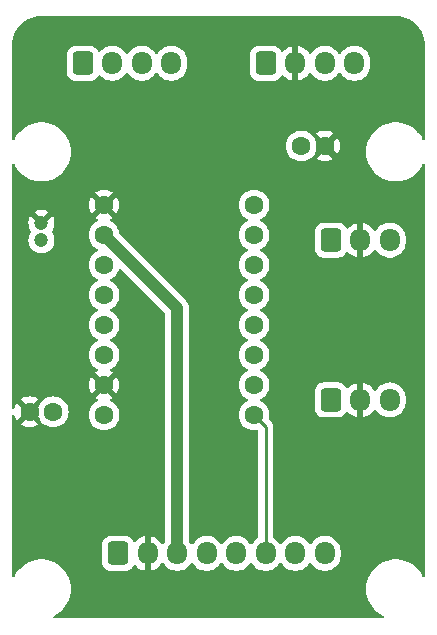
<source format=gbr>
G04 #@! TF.GenerationSoftware,KiCad,Pcbnew,8.0.0*
G04 #@! TF.CreationDate,2025-07-08T12:56:53-06:00*
G04 #@! TF.ProjectId,Motor Breakout,4d6f746f-7220-4427-9265-616b6f75742e,A*
G04 #@! TF.SameCoordinates,Original*
G04 #@! TF.FileFunction,Copper,L2,Bot*
G04 #@! TF.FilePolarity,Positive*
%FSLAX46Y46*%
G04 Gerber Fmt 4.6, Leading zero omitted, Abs format (unit mm)*
G04 Created by KiCad (PCBNEW 8.0.0) date 2025-07-08 12:56:53*
%MOMM*%
%LPD*%
G01*
G04 APERTURE LIST*
G04 Aperture macros list*
%AMRoundRect*
0 Rectangle with rounded corners*
0 $1 Rounding radius*
0 $2 $3 $4 $5 $6 $7 $8 $9 X,Y pos of 4 corners*
0 Add a 4 corners polygon primitive as box body*
4,1,4,$2,$3,$4,$5,$6,$7,$8,$9,$2,$3,0*
0 Add four circle primitives for the rounded corners*
1,1,$1+$1,$2,$3*
1,1,$1+$1,$4,$5*
1,1,$1+$1,$6,$7*
1,1,$1+$1,$8,$9*
0 Add four rect primitives between the rounded corners*
20,1,$1+$1,$2,$3,$4,$5,0*
20,1,$1+$1,$4,$5,$6,$7,0*
20,1,$1+$1,$6,$7,$8,$9,0*
20,1,$1+$1,$8,$9,$2,$3,0*%
G04 Aperture macros list end*
G04 #@! TA.AperFunction,ComponentPad*
%ADD10C,1.600000*%
G04 #@! TD*
G04 #@! TA.AperFunction,ComponentPad*
%ADD11RoundRect,0.250000X-0.600000X-0.725000X0.600000X-0.725000X0.600000X0.725000X-0.600000X0.725000X0*%
G04 #@! TD*
G04 #@! TA.AperFunction,ComponentPad*
%ADD12O,1.700000X1.950000*%
G04 #@! TD*
G04 #@! TA.AperFunction,ComponentPad*
%ADD13C,1.200000*%
G04 #@! TD*
G04 #@! TA.AperFunction,Conductor*
%ADD14C,1.000000*%
G04 #@! TD*
G04 #@! TA.AperFunction,Conductor*
%ADD15C,0.250000*%
G04 #@! TD*
G04 APERTURE END LIST*
D10*
X145000000Y-61500000D03*
X147000000Y-61500000D03*
D11*
X126500000Y-54500000D03*
D12*
X129000000Y-54500000D03*
X131500000Y-54500000D03*
X134000000Y-54500000D03*
D10*
X124000000Y-84000000D03*
X122000000Y-84000000D03*
D11*
X147500000Y-69475000D03*
D12*
X150000000Y-69475000D03*
X152500000Y-69475000D03*
D13*
X123000000Y-68000000D03*
X123000000Y-69500000D03*
D11*
X142000000Y-54500000D03*
D12*
X144500000Y-54500000D03*
X147000000Y-54500000D03*
X149500000Y-54500000D03*
D11*
X129500000Y-96000000D03*
D12*
X132000000Y-96000000D03*
X134500000Y-96000000D03*
X137000000Y-96000000D03*
X139500000Y-96000000D03*
X142000000Y-96000000D03*
X144500000Y-96000000D03*
X147000000Y-96000000D03*
D10*
X128300000Y-66500000D03*
X128300000Y-69040000D03*
X128300000Y-71580000D03*
X128300000Y-74120000D03*
X128300000Y-76660000D03*
X128300000Y-79200000D03*
X128300000Y-81740000D03*
X128300000Y-84280000D03*
X141000000Y-66500000D03*
X141000000Y-69040000D03*
X141000000Y-71580000D03*
X141000000Y-74120000D03*
X141000000Y-76660000D03*
X141000000Y-79200000D03*
X141000000Y-81740000D03*
X141000000Y-84280000D03*
D11*
X147500000Y-83000000D03*
D12*
X150000000Y-83000000D03*
X152500000Y-83000000D03*
D14*
X134500000Y-96000000D02*
X134500000Y-75240000D01*
X134500000Y-75240000D02*
X128300000Y-69040000D01*
D15*
X142000000Y-85280000D02*
X141000000Y-84280000D01*
X142000000Y-96000000D02*
X142000000Y-85280000D01*
G04 #@! TA.AperFunction,Conductor*
G36*
X153003736Y-50500726D02*
G01*
X153293796Y-50518271D01*
X153308659Y-50520076D01*
X153590798Y-50571780D01*
X153605335Y-50575363D01*
X153879172Y-50660695D01*
X153893163Y-50666000D01*
X154154743Y-50783727D01*
X154167989Y-50790680D01*
X154413465Y-50939075D01*
X154425776Y-50947573D01*
X154651573Y-51124473D01*
X154662781Y-51134403D01*
X154865596Y-51337218D01*
X154875526Y-51348426D01*
X154995481Y-51501538D01*
X155052422Y-51574217D01*
X155060928Y-51586540D01*
X155209316Y-51832004D01*
X155216275Y-51845263D01*
X155333997Y-52106831D01*
X155339306Y-52120832D01*
X155424635Y-52394663D01*
X155428219Y-52409201D01*
X155479923Y-52691340D01*
X155481728Y-52706205D01*
X155499274Y-52996263D01*
X155499500Y-53003750D01*
X155499500Y-60884202D01*
X155479815Y-60951241D01*
X155427011Y-60996996D01*
X155357853Y-61006940D01*
X155294297Y-60977915D01*
X155263302Y-60936999D01*
X155195539Y-60792996D01*
X155195535Y-60792990D01*
X155183817Y-60774526D01*
X155026947Y-60527337D01*
X154896677Y-60369868D01*
X154826393Y-60284909D01*
X154826391Y-60284907D01*
X154597031Y-60069523D01*
X154597021Y-60069515D01*
X154342495Y-59884591D01*
X154342488Y-59884586D01*
X154342484Y-59884584D01*
X154066766Y-59733006D01*
X154066763Y-59733004D01*
X154066758Y-59733002D01*
X154066757Y-59733001D01*
X153774228Y-59617181D01*
X153774225Y-59617180D01*
X153469476Y-59538934D01*
X153469463Y-59538932D01*
X153157329Y-59499500D01*
X153157318Y-59499500D01*
X152842682Y-59499500D01*
X152842670Y-59499500D01*
X152530536Y-59538932D01*
X152530523Y-59538934D01*
X152225774Y-59617180D01*
X152225771Y-59617181D01*
X151933242Y-59733001D01*
X151933241Y-59733002D01*
X151657516Y-59884584D01*
X151657504Y-59884591D01*
X151402978Y-60069515D01*
X151402968Y-60069523D01*
X151173608Y-60284907D01*
X151173606Y-60284909D01*
X150973054Y-60527334D01*
X150973051Y-60527338D01*
X150804464Y-60792990D01*
X150804461Y-60792996D01*
X150670499Y-61077678D01*
X150670497Y-61077683D01*
X150573270Y-61376916D01*
X150514311Y-61685988D01*
X150514310Y-61685995D01*
X150494556Y-61999994D01*
X150494556Y-62000005D01*
X150514310Y-62314004D01*
X150514311Y-62314011D01*
X150573270Y-62623083D01*
X150670497Y-62922316D01*
X150670499Y-62922321D01*
X150804461Y-63207003D01*
X150804464Y-63207009D01*
X150973051Y-63472661D01*
X150973054Y-63472665D01*
X151173606Y-63715090D01*
X151173608Y-63715092D01*
X151402968Y-63930476D01*
X151402978Y-63930484D01*
X151657504Y-64115408D01*
X151657509Y-64115410D01*
X151657516Y-64115416D01*
X151933234Y-64266994D01*
X151933239Y-64266996D01*
X151933241Y-64266997D01*
X151933242Y-64266998D01*
X152225771Y-64382818D01*
X152225774Y-64382819D01*
X152530523Y-64461065D01*
X152530527Y-64461066D01*
X152596010Y-64469338D01*
X152842670Y-64500499D01*
X152842679Y-64500499D01*
X152842682Y-64500500D01*
X152842684Y-64500500D01*
X153157316Y-64500500D01*
X153157318Y-64500500D01*
X153157321Y-64500499D01*
X153157329Y-64500499D01*
X153343593Y-64476968D01*
X153469473Y-64461066D01*
X153774225Y-64382819D01*
X153774228Y-64382818D01*
X154066757Y-64266998D01*
X154066758Y-64266997D01*
X154066756Y-64266997D01*
X154066766Y-64266994D01*
X154342484Y-64115416D01*
X154597030Y-63930478D01*
X154826390Y-63715094D01*
X155026947Y-63472663D01*
X155195537Y-63207007D01*
X155244376Y-63103218D01*
X155263302Y-63063000D01*
X155309657Y-63010722D01*
X155376917Y-62991805D01*
X155443727Y-63012254D01*
X155488876Y-63065578D01*
X155499500Y-63115797D01*
X155499500Y-97884202D01*
X155479815Y-97951241D01*
X155427011Y-97996996D01*
X155357853Y-98006940D01*
X155294297Y-97977915D01*
X155263302Y-97936999D01*
X155195539Y-97792996D01*
X155195535Y-97792990D01*
X155026948Y-97527338D01*
X155026945Y-97527334D01*
X154826393Y-97284909D01*
X154826391Y-97284907D01*
X154597031Y-97069523D01*
X154597021Y-97069515D01*
X154342495Y-96884591D01*
X154342488Y-96884586D01*
X154342484Y-96884584D01*
X154066766Y-96733006D01*
X154066763Y-96733004D01*
X154066758Y-96733002D01*
X154066757Y-96733001D01*
X153774228Y-96617181D01*
X153774225Y-96617180D01*
X153469476Y-96538934D01*
X153469463Y-96538932D01*
X153157329Y-96499500D01*
X153157318Y-96499500D01*
X152842682Y-96499500D01*
X152842670Y-96499500D01*
X152530536Y-96538932D01*
X152530523Y-96538934D01*
X152225774Y-96617180D01*
X152225771Y-96617181D01*
X151933242Y-96733001D01*
X151933241Y-96733002D01*
X151657516Y-96884584D01*
X151657504Y-96884591D01*
X151402978Y-97069515D01*
X151402968Y-97069523D01*
X151173608Y-97284907D01*
X151173606Y-97284909D01*
X150973054Y-97527334D01*
X150973051Y-97527338D01*
X150804464Y-97792990D01*
X150804461Y-97792996D01*
X150670499Y-98077678D01*
X150670497Y-98077683D01*
X150573270Y-98376916D01*
X150514311Y-98685988D01*
X150514310Y-98685995D01*
X150494556Y-98999994D01*
X150494556Y-99000005D01*
X150514310Y-99314004D01*
X150514311Y-99314011D01*
X150573270Y-99623083D01*
X150670497Y-99922316D01*
X150670499Y-99922321D01*
X150804461Y-100207003D01*
X150804464Y-100207009D01*
X150973051Y-100472661D01*
X150973054Y-100472665D01*
X151173606Y-100715090D01*
X151173608Y-100715092D01*
X151173610Y-100715094D01*
X151265929Y-100801787D01*
X151402968Y-100930476D01*
X151402978Y-100930484D01*
X151657504Y-101115408D01*
X151657509Y-101115410D01*
X151657516Y-101115416D01*
X151932951Y-101266838D01*
X151982215Y-101316384D01*
X151996871Y-101384699D01*
X151972267Y-101450094D01*
X151916214Y-101491805D01*
X151873213Y-101499500D01*
X124126787Y-101499500D01*
X124059748Y-101479815D01*
X124013993Y-101427011D01*
X124004049Y-101357853D01*
X124033074Y-101294297D01*
X124067047Y-101266839D01*
X124342484Y-101115416D01*
X124597030Y-100930478D01*
X124826390Y-100715094D01*
X125026947Y-100472663D01*
X125195537Y-100207007D01*
X125329503Y-99922315D01*
X125426731Y-99623079D01*
X125485688Y-99314015D01*
X125505444Y-99000000D01*
X125501298Y-98934108D01*
X125485689Y-98685995D01*
X125485688Y-98685988D01*
X125485688Y-98685985D01*
X125426731Y-98376921D01*
X125329503Y-98077685D01*
X125195537Y-97792993D01*
X125026947Y-97527337D01*
X124984062Y-97475498D01*
X124826393Y-97284909D01*
X124826391Y-97284907D01*
X124597031Y-97069523D01*
X124597021Y-97069515D01*
X124342495Y-96884591D01*
X124342488Y-96884586D01*
X124342484Y-96884584D01*
X124066766Y-96733006D01*
X124066763Y-96733004D01*
X124066758Y-96733002D01*
X124066757Y-96733001D01*
X123774228Y-96617181D01*
X123774225Y-96617180D01*
X123469476Y-96538934D01*
X123469463Y-96538932D01*
X123157329Y-96499500D01*
X123157318Y-96499500D01*
X122842682Y-96499500D01*
X122842670Y-96499500D01*
X122530536Y-96538932D01*
X122530523Y-96538934D01*
X122225774Y-96617180D01*
X122225771Y-96617181D01*
X121933242Y-96733001D01*
X121933241Y-96733002D01*
X121657516Y-96884584D01*
X121657504Y-96884591D01*
X121402978Y-97069515D01*
X121402968Y-97069523D01*
X121173608Y-97284907D01*
X121173606Y-97284909D01*
X120973054Y-97527334D01*
X120973051Y-97527338D01*
X120804464Y-97792990D01*
X120804460Y-97792996D01*
X120736698Y-97936999D01*
X120690343Y-97989277D01*
X120623083Y-98008194D01*
X120556273Y-97987745D01*
X120511124Y-97934421D01*
X120500500Y-97884202D01*
X120500500Y-84368480D01*
X120520185Y-84301441D01*
X120572989Y-84255686D01*
X120642147Y-84245742D01*
X120705703Y-84274767D01*
X120743477Y-84333545D01*
X120744275Y-84336387D01*
X120773730Y-84446317D01*
X120773735Y-84446331D01*
X120869863Y-84652478D01*
X120920974Y-84725472D01*
X121600000Y-84046446D01*
X121600000Y-84052661D01*
X121627259Y-84154394D01*
X121679920Y-84245606D01*
X121754394Y-84320080D01*
X121845606Y-84372741D01*
X121947339Y-84400000D01*
X121953553Y-84400000D01*
X121274526Y-85079025D01*
X121347513Y-85130132D01*
X121347521Y-85130136D01*
X121553668Y-85226264D01*
X121553682Y-85226269D01*
X121773389Y-85285139D01*
X121773400Y-85285141D01*
X121999998Y-85304966D01*
X122000002Y-85304966D01*
X122226599Y-85285141D01*
X122226610Y-85285139D01*
X122446317Y-85226269D01*
X122446331Y-85226264D01*
X122652478Y-85130136D01*
X122725471Y-85079024D01*
X122046447Y-84400000D01*
X122052661Y-84400000D01*
X122154394Y-84372741D01*
X122245606Y-84320080D01*
X122320080Y-84245606D01*
X122372741Y-84154394D01*
X122400000Y-84052661D01*
X122400000Y-84046447D01*
X122739961Y-84386408D01*
X122772054Y-84441992D01*
X122773261Y-84446497D01*
X122869431Y-84652732D01*
X122869432Y-84652734D01*
X122999954Y-84839141D01*
X123160858Y-85000045D01*
X123160861Y-85000047D01*
X123347266Y-85130568D01*
X123553504Y-85226739D01*
X123773308Y-85285635D01*
X123935230Y-85299801D01*
X123999998Y-85305468D01*
X124000000Y-85305468D01*
X124000002Y-85305468D01*
X124056673Y-85300509D01*
X124226692Y-85285635D01*
X124446496Y-85226739D01*
X124652734Y-85130568D01*
X124839139Y-85000047D01*
X125000047Y-84839139D01*
X125130568Y-84652734D01*
X125226739Y-84446496D01*
X125271351Y-84280001D01*
X126994532Y-84280001D01*
X127014364Y-84506686D01*
X127014366Y-84506697D01*
X127073258Y-84726488D01*
X127073261Y-84726497D01*
X127169431Y-84932732D01*
X127169432Y-84932734D01*
X127299954Y-85119141D01*
X127460858Y-85280045D01*
X127496449Y-85304966D01*
X127647266Y-85410568D01*
X127853504Y-85506739D01*
X128073308Y-85565635D01*
X128235230Y-85579801D01*
X128299998Y-85585468D01*
X128300000Y-85585468D01*
X128300002Y-85585468D01*
X128356673Y-85580509D01*
X128526692Y-85565635D01*
X128746496Y-85506739D01*
X128952734Y-85410568D01*
X129139139Y-85280047D01*
X129300047Y-85119139D01*
X129430568Y-84932734D01*
X129526739Y-84726496D01*
X129585635Y-84506692D01*
X129605468Y-84280000D01*
X129585635Y-84053308D01*
X129526739Y-83833504D01*
X129430568Y-83627266D01*
X129301286Y-83442630D01*
X129300045Y-83440858D01*
X129139141Y-83279954D01*
X128952735Y-83149433D01*
X128952736Y-83149433D01*
X128952734Y-83149432D01*
X128894132Y-83122105D01*
X128841694Y-83075933D01*
X128822543Y-83008739D01*
X128842759Y-82941858D01*
X128894135Y-82897341D01*
X128952482Y-82870133D01*
X129025471Y-82819024D01*
X128346447Y-82140000D01*
X128352661Y-82140000D01*
X128454394Y-82112741D01*
X128545606Y-82060080D01*
X128620080Y-81985606D01*
X128672741Y-81894394D01*
X128700000Y-81792661D01*
X128700000Y-81786447D01*
X129379024Y-82465471D01*
X129430136Y-82392478D01*
X129526264Y-82186331D01*
X129526269Y-82186317D01*
X129585139Y-81966610D01*
X129585141Y-81966599D01*
X129604966Y-81740002D01*
X129604966Y-81739997D01*
X129585141Y-81513400D01*
X129585139Y-81513389D01*
X129526269Y-81293682D01*
X129526264Y-81293668D01*
X129430136Y-81087521D01*
X129430132Y-81087513D01*
X129379025Y-81014526D01*
X128700000Y-81693551D01*
X128700000Y-81687339D01*
X128672741Y-81585606D01*
X128620080Y-81494394D01*
X128545606Y-81419920D01*
X128454394Y-81367259D01*
X128352661Y-81340000D01*
X128346448Y-81340000D01*
X129025472Y-80660974D01*
X128952480Y-80609864D01*
X128894134Y-80582657D01*
X128841695Y-80536484D01*
X128822543Y-80469291D01*
X128842759Y-80402410D01*
X128894134Y-80357893D01*
X128952734Y-80330568D01*
X129139139Y-80200047D01*
X129300047Y-80039139D01*
X129430568Y-79852734D01*
X129526739Y-79646496D01*
X129585635Y-79426692D01*
X129605468Y-79200000D01*
X129585635Y-78973308D01*
X129526739Y-78753504D01*
X129430568Y-78547266D01*
X129300047Y-78360861D01*
X129300045Y-78360858D01*
X129139141Y-78199954D01*
X128952734Y-78069432D01*
X128952728Y-78069429D01*
X128894725Y-78042382D01*
X128842285Y-77996210D01*
X128823133Y-77929017D01*
X128843348Y-77862135D01*
X128894725Y-77817618D01*
X128952734Y-77790568D01*
X129139139Y-77660047D01*
X129300047Y-77499139D01*
X129430568Y-77312734D01*
X129526739Y-77106496D01*
X129585635Y-76886692D01*
X129605468Y-76660000D01*
X129585635Y-76433308D01*
X129526739Y-76213504D01*
X129430568Y-76007266D01*
X129300047Y-75820861D01*
X129300045Y-75820858D01*
X129139141Y-75659954D01*
X128952734Y-75529432D01*
X128952728Y-75529429D01*
X128894725Y-75502382D01*
X128842285Y-75456210D01*
X128823133Y-75389017D01*
X128843348Y-75322135D01*
X128894725Y-75277618D01*
X128952734Y-75250568D01*
X129139139Y-75120047D01*
X129300047Y-74959139D01*
X129430568Y-74772734D01*
X129526739Y-74566496D01*
X129585635Y-74346692D01*
X129605468Y-74120000D01*
X129585635Y-73893308D01*
X129526739Y-73673504D01*
X129430568Y-73467266D01*
X129300047Y-73280861D01*
X129300045Y-73280858D01*
X129139141Y-73119954D01*
X128952734Y-72989432D01*
X128952728Y-72989429D01*
X128894725Y-72962382D01*
X128842285Y-72916210D01*
X128823133Y-72849017D01*
X128843348Y-72782135D01*
X128894725Y-72737618D01*
X128952734Y-72710568D01*
X129139139Y-72580047D01*
X129300047Y-72419139D01*
X129430568Y-72232734D01*
X129526739Y-72026496D01*
X129544024Y-71961988D01*
X129580389Y-71902327D01*
X129643236Y-71871798D01*
X129712611Y-71880093D01*
X129751480Y-71906400D01*
X133463181Y-75618101D01*
X133496666Y-75679424D01*
X133499500Y-75705782D01*
X133499500Y-94914800D01*
X133479815Y-94981839D01*
X133470505Y-94994367D01*
X133350008Y-95160218D01*
X133294678Y-95202884D01*
X133225065Y-95208863D01*
X133163270Y-95176257D01*
X133149372Y-95160218D01*
X133029727Y-94995540D01*
X133029723Y-94995535D01*
X132879464Y-94845276D01*
X132879459Y-94845272D01*
X132707557Y-94720379D01*
X132518215Y-94623903D01*
X132316124Y-94558241D01*
X132250000Y-94547768D01*
X132250000Y-95595854D01*
X132183343Y-95557370D01*
X132062535Y-95525000D01*
X131937465Y-95525000D01*
X131816657Y-95557370D01*
X131750000Y-95595854D01*
X131750000Y-94547768D01*
X131749999Y-94547768D01*
X131683875Y-94558241D01*
X131481784Y-94623903D01*
X131292442Y-94720379D01*
X131120541Y-94845271D01*
X130981668Y-94984144D01*
X130920345Y-95017628D01*
X130850653Y-95012644D01*
X130794720Y-94970772D01*
X130788448Y-94961558D01*
X130692712Y-94806344D01*
X130568657Y-94682289D01*
X130568656Y-94682288D01*
X130473253Y-94623443D01*
X130419336Y-94590187D01*
X130419331Y-94590185D01*
X130417862Y-94589698D01*
X130252797Y-94535001D01*
X130252795Y-94535000D01*
X130150010Y-94524500D01*
X128849998Y-94524500D01*
X128849981Y-94524501D01*
X128747203Y-94535000D01*
X128747200Y-94535001D01*
X128580668Y-94590185D01*
X128580663Y-94590187D01*
X128431342Y-94682289D01*
X128307289Y-94806342D01*
X128215187Y-94955663D01*
X128215185Y-94955668D01*
X128211893Y-94965604D01*
X128160001Y-95122203D01*
X128160001Y-95122204D01*
X128160000Y-95122204D01*
X128149500Y-95224983D01*
X128149500Y-96775001D01*
X128149501Y-96775018D01*
X128160000Y-96877796D01*
X128160001Y-96877799D01*
X128215185Y-97044331D01*
X128215187Y-97044336D01*
X128250069Y-97100888D01*
X128307288Y-97193656D01*
X128431344Y-97317712D01*
X128580666Y-97409814D01*
X128747203Y-97464999D01*
X128849991Y-97475500D01*
X130150008Y-97475499D01*
X130252797Y-97464999D01*
X130419334Y-97409814D01*
X130568656Y-97317712D01*
X130692712Y-97193656D01*
X130784814Y-97044334D01*
X130784814Y-97044331D01*
X130788448Y-97038441D01*
X130840395Y-96991716D01*
X130909358Y-96980493D01*
X130973440Y-97008336D01*
X130981668Y-97015856D01*
X131120535Y-97154723D01*
X131120540Y-97154727D01*
X131292442Y-97279620D01*
X131481782Y-97376095D01*
X131683871Y-97441757D01*
X131750000Y-97452231D01*
X131750000Y-96404145D01*
X131816657Y-96442630D01*
X131937465Y-96475000D01*
X132062535Y-96475000D01*
X132183343Y-96442630D01*
X132250000Y-96404145D01*
X132250000Y-97452230D01*
X132316126Y-97441757D01*
X132316129Y-97441757D01*
X132518217Y-97376095D01*
X132707557Y-97279620D01*
X132879459Y-97154727D01*
X132879464Y-97154723D01*
X133029721Y-97004466D01*
X133149371Y-96839781D01*
X133204701Y-96797115D01*
X133274314Y-96791136D01*
X133336110Y-96823741D01*
X133350008Y-96839781D01*
X133469890Y-97004785D01*
X133469894Y-97004790D01*
X133620213Y-97155109D01*
X133792179Y-97280048D01*
X133792181Y-97280049D01*
X133792184Y-97280051D01*
X133981588Y-97376557D01*
X134183757Y-97442246D01*
X134393713Y-97475500D01*
X134393714Y-97475500D01*
X134606286Y-97475500D01*
X134606287Y-97475500D01*
X134816243Y-97442246D01*
X135018412Y-97376557D01*
X135207816Y-97280051D01*
X135229789Y-97264086D01*
X135379786Y-97155109D01*
X135379788Y-97155106D01*
X135379792Y-97155104D01*
X135530104Y-97004792D01*
X135649683Y-96840204D01*
X135705011Y-96797540D01*
X135774624Y-96791561D01*
X135836420Y-96824166D01*
X135850313Y-96840199D01*
X135952242Y-96980493D01*
X135969896Y-97004792D01*
X136120213Y-97155109D01*
X136292179Y-97280048D01*
X136292181Y-97280049D01*
X136292184Y-97280051D01*
X136481588Y-97376557D01*
X136683757Y-97442246D01*
X136893713Y-97475500D01*
X136893714Y-97475500D01*
X137106286Y-97475500D01*
X137106287Y-97475500D01*
X137316243Y-97442246D01*
X137518412Y-97376557D01*
X137707816Y-97280051D01*
X137729789Y-97264086D01*
X137879786Y-97155109D01*
X137879788Y-97155106D01*
X137879792Y-97155104D01*
X138030104Y-97004792D01*
X138149683Y-96840204D01*
X138205011Y-96797540D01*
X138274624Y-96791561D01*
X138336420Y-96824166D01*
X138350313Y-96840199D01*
X138452242Y-96980493D01*
X138469896Y-97004792D01*
X138620213Y-97155109D01*
X138792179Y-97280048D01*
X138792181Y-97280049D01*
X138792184Y-97280051D01*
X138981588Y-97376557D01*
X139183757Y-97442246D01*
X139393713Y-97475500D01*
X139393714Y-97475500D01*
X139606286Y-97475500D01*
X139606287Y-97475500D01*
X139816243Y-97442246D01*
X140018412Y-97376557D01*
X140207816Y-97280051D01*
X140229789Y-97264086D01*
X140379786Y-97155109D01*
X140379788Y-97155106D01*
X140379792Y-97155104D01*
X140530104Y-97004792D01*
X140649683Y-96840204D01*
X140705011Y-96797540D01*
X140774624Y-96791561D01*
X140836420Y-96824166D01*
X140850313Y-96840199D01*
X140952242Y-96980493D01*
X140969896Y-97004792D01*
X141120213Y-97155109D01*
X141292179Y-97280048D01*
X141292181Y-97280049D01*
X141292184Y-97280051D01*
X141481588Y-97376557D01*
X141683757Y-97442246D01*
X141893713Y-97475500D01*
X141893714Y-97475500D01*
X142106286Y-97475500D01*
X142106287Y-97475500D01*
X142316243Y-97442246D01*
X142518412Y-97376557D01*
X142707816Y-97280051D01*
X142729789Y-97264086D01*
X142879786Y-97155109D01*
X142879788Y-97155106D01*
X142879792Y-97155104D01*
X143030104Y-97004792D01*
X143149683Y-96840204D01*
X143205011Y-96797540D01*
X143274624Y-96791561D01*
X143336420Y-96824166D01*
X143350313Y-96840199D01*
X143452242Y-96980493D01*
X143469896Y-97004792D01*
X143620213Y-97155109D01*
X143792179Y-97280048D01*
X143792181Y-97280049D01*
X143792184Y-97280051D01*
X143981588Y-97376557D01*
X144183757Y-97442246D01*
X144393713Y-97475500D01*
X144393714Y-97475500D01*
X144606286Y-97475500D01*
X144606287Y-97475500D01*
X144816243Y-97442246D01*
X145018412Y-97376557D01*
X145207816Y-97280051D01*
X145229789Y-97264086D01*
X145379786Y-97155109D01*
X145379788Y-97155106D01*
X145379792Y-97155104D01*
X145530104Y-97004792D01*
X145649683Y-96840204D01*
X145705011Y-96797540D01*
X145774624Y-96791561D01*
X145836420Y-96824166D01*
X145850313Y-96840199D01*
X145952242Y-96980493D01*
X145969896Y-97004792D01*
X146120213Y-97155109D01*
X146292179Y-97280048D01*
X146292181Y-97280049D01*
X146292184Y-97280051D01*
X146481588Y-97376557D01*
X146683757Y-97442246D01*
X146893713Y-97475500D01*
X146893714Y-97475500D01*
X147106286Y-97475500D01*
X147106287Y-97475500D01*
X147316243Y-97442246D01*
X147518412Y-97376557D01*
X147707816Y-97280051D01*
X147729789Y-97264086D01*
X147879786Y-97155109D01*
X147879788Y-97155106D01*
X147879792Y-97155104D01*
X148030104Y-97004792D01*
X148030106Y-97004788D01*
X148030109Y-97004786D01*
X148155048Y-96832820D01*
X148155047Y-96832820D01*
X148155051Y-96832816D01*
X148251557Y-96643412D01*
X148317246Y-96441243D01*
X148350500Y-96231287D01*
X148350500Y-95768713D01*
X148317246Y-95558757D01*
X148251557Y-95356588D01*
X148155051Y-95167184D01*
X148155049Y-95167181D01*
X148155048Y-95167179D01*
X148030109Y-94995213D01*
X147879786Y-94844890D01*
X147707820Y-94719951D01*
X147518414Y-94623444D01*
X147518413Y-94623443D01*
X147518412Y-94623443D01*
X147316243Y-94557754D01*
X147316241Y-94557753D01*
X147316240Y-94557753D01*
X147154957Y-94532208D01*
X147106287Y-94524500D01*
X146893713Y-94524500D01*
X146845042Y-94532208D01*
X146683760Y-94557753D01*
X146481585Y-94623444D01*
X146292179Y-94719951D01*
X146120213Y-94844890D01*
X145969894Y-94995209D01*
X145969890Y-94995214D01*
X145850318Y-95159793D01*
X145794989Y-95202459D01*
X145725375Y-95208438D01*
X145663580Y-95175833D01*
X145649682Y-95159793D01*
X145530109Y-94995214D01*
X145530105Y-94995209D01*
X145379786Y-94844890D01*
X145207820Y-94719951D01*
X145018414Y-94623444D01*
X145018413Y-94623443D01*
X145018412Y-94623443D01*
X144816243Y-94557754D01*
X144816241Y-94557753D01*
X144816240Y-94557753D01*
X144654957Y-94532208D01*
X144606287Y-94524500D01*
X144393713Y-94524500D01*
X144345042Y-94532208D01*
X144183760Y-94557753D01*
X143981585Y-94623444D01*
X143792179Y-94719951D01*
X143620213Y-94844890D01*
X143469894Y-94995209D01*
X143469890Y-94995214D01*
X143350318Y-95159793D01*
X143294989Y-95202459D01*
X143225375Y-95208438D01*
X143163580Y-95175833D01*
X143149682Y-95159793D01*
X143030109Y-94995214D01*
X143030105Y-94995209D01*
X142879786Y-94844890D01*
X142707819Y-94719950D01*
X142693203Y-94712503D01*
X142642408Y-94664527D01*
X142625500Y-94602019D01*
X142625500Y-85347741D01*
X142625501Y-85347720D01*
X142625501Y-85218391D01*
X142601464Y-85097555D01*
X142601463Y-85097549D01*
X142554312Y-84983715D01*
X142485858Y-84881267D01*
X142485855Y-84881263D01*
X142299413Y-84694821D01*
X142265928Y-84633498D01*
X142267318Y-84575048D01*
X142285635Y-84506692D01*
X142305468Y-84280000D01*
X142285635Y-84053308D01*
X142226739Y-83833504D01*
X142199458Y-83775001D01*
X146149500Y-83775001D01*
X146149501Y-83775018D01*
X146160000Y-83877796D01*
X146160001Y-83877799D01*
X146183045Y-83947339D01*
X146215186Y-84044334D01*
X146307288Y-84193656D01*
X146431344Y-84317712D01*
X146580666Y-84409814D01*
X146747203Y-84464999D01*
X146849991Y-84475500D01*
X148150008Y-84475499D01*
X148252797Y-84464999D01*
X148419334Y-84409814D01*
X148568656Y-84317712D01*
X148692712Y-84193656D01*
X148784814Y-84044334D01*
X148784814Y-84044331D01*
X148788448Y-84038441D01*
X148840395Y-83991716D01*
X148909358Y-83980493D01*
X148973440Y-84008336D01*
X148981668Y-84015856D01*
X149120535Y-84154723D01*
X149120540Y-84154727D01*
X149292442Y-84279620D01*
X149481782Y-84376095D01*
X149683871Y-84441757D01*
X149750000Y-84452231D01*
X149750000Y-83404145D01*
X149816657Y-83442630D01*
X149937465Y-83475000D01*
X150062535Y-83475000D01*
X150183343Y-83442630D01*
X150250000Y-83404145D01*
X150250000Y-84452230D01*
X150316126Y-84441757D01*
X150316129Y-84441757D01*
X150518217Y-84376095D01*
X150707557Y-84279620D01*
X150879459Y-84154727D01*
X150879464Y-84154723D01*
X151029721Y-84004466D01*
X151149371Y-83839781D01*
X151204701Y-83797115D01*
X151274314Y-83791136D01*
X151336110Y-83823741D01*
X151350008Y-83839781D01*
X151469890Y-84004785D01*
X151469894Y-84004790D01*
X151620213Y-84155109D01*
X151792179Y-84280048D01*
X151792181Y-84280049D01*
X151792184Y-84280051D01*
X151981588Y-84376557D01*
X152183757Y-84442246D01*
X152393713Y-84475500D01*
X152393714Y-84475500D01*
X152606286Y-84475500D01*
X152606287Y-84475500D01*
X152816243Y-84442246D01*
X153018412Y-84376557D01*
X153207816Y-84280051D01*
X153281267Y-84226686D01*
X153379786Y-84155109D01*
X153379788Y-84155106D01*
X153379792Y-84155104D01*
X153530104Y-84004792D01*
X153530106Y-84004788D01*
X153530109Y-84004786D01*
X153655048Y-83832820D01*
X153655047Y-83832820D01*
X153655051Y-83832816D01*
X153751557Y-83643412D01*
X153817246Y-83441243D01*
X153850500Y-83231287D01*
X153850500Y-82768713D01*
X153817246Y-82558757D01*
X153751557Y-82356588D01*
X153655051Y-82167184D01*
X153655049Y-82167181D01*
X153655048Y-82167179D01*
X153530109Y-81995213D01*
X153379786Y-81844890D01*
X153207820Y-81719951D01*
X153018414Y-81623444D01*
X153018413Y-81623443D01*
X153018412Y-81623443D01*
X152816243Y-81557754D01*
X152816241Y-81557753D01*
X152816240Y-81557753D01*
X152654957Y-81532208D01*
X152606287Y-81524500D01*
X152393713Y-81524500D01*
X152345042Y-81532208D01*
X152183760Y-81557753D01*
X151981585Y-81623444D01*
X151792179Y-81719951D01*
X151620213Y-81844890D01*
X151469894Y-81995209D01*
X151469890Y-81995214D01*
X151350008Y-82160218D01*
X151294678Y-82202884D01*
X151225065Y-82208863D01*
X151163270Y-82176257D01*
X151149372Y-82160218D01*
X151029727Y-81995540D01*
X151029723Y-81995535D01*
X150879464Y-81845276D01*
X150879459Y-81845272D01*
X150707557Y-81720379D01*
X150518215Y-81623903D01*
X150316124Y-81558241D01*
X150250000Y-81547768D01*
X150250000Y-82595854D01*
X150183343Y-82557370D01*
X150062535Y-82525000D01*
X149937465Y-82525000D01*
X149816657Y-82557370D01*
X149750000Y-82595854D01*
X149750000Y-81547768D01*
X149749999Y-81547768D01*
X149683875Y-81558241D01*
X149481784Y-81623903D01*
X149292442Y-81720379D01*
X149120541Y-81845271D01*
X148981668Y-81984144D01*
X148920345Y-82017628D01*
X148850653Y-82012644D01*
X148794720Y-81970772D01*
X148788448Y-81961558D01*
X148692712Y-81806344D01*
X148568657Y-81682289D01*
X148568656Y-81682288D01*
X148419334Y-81590186D01*
X148252797Y-81535001D01*
X148252795Y-81535000D01*
X148150010Y-81524500D01*
X146849998Y-81524500D01*
X146849981Y-81524501D01*
X146747203Y-81535000D01*
X146747200Y-81535001D01*
X146580668Y-81590185D01*
X146580663Y-81590187D01*
X146431342Y-81682289D01*
X146307289Y-81806342D01*
X146215187Y-81955663D01*
X146215185Y-81955668D01*
X146210180Y-81970772D01*
X146160001Y-82122203D01*
X146160001Y-82122204D01*
X146160000Y-82122204D01*
X146149500Y-82224983D01*
X146149500Y-83775001D01*
X142199458Y-83775001D01*
X142130568Y-83627266D01*
X142001286Y-83442630D01*
X142000045Y-83440858D01*
X141839141Y-83279954D01*
X141652734Y-83149432D01*
X141652728Y-83149429D01*
X141594725Y-83122382D01*
X141542285Y-83076210D01*
X141523133Y-83009017D01*
X141543348Y-82942135D01*
X141594725Y-82897618D01*
X141595319Y-82897341D01*
X141652734Y-82870568D01*
X141839139Y-82740047D01*
X142000047Y-82579139D01*
X142130568Y-82392734D01*
X142226739Y-82186496D01*
X142285635Y-81966692D01*
X142305468Y-81740000D01*
X142303751Y-81720379D01*
X142295271Y-81623444D01*
X142285635Y-81513308D01*
X142226739Y-81293504D01*
X142130568Y-81087266D01*
X142000047Y-80900861D01*
X142000045Y-80900858D01*
X141839141Y-80739954D01*
X141652734Y-80609432D01*
X141652728Y-80609429D01*
X141594725Y-80582382D01*
X141542285Y-80536210D01*
X141523133Y-80469017D01*
X141543348Y-80402135D01*
X141594725Y-80357618D01*
X141652734Y-80330568D01*
X141839139Y-80200047D01*
X142000047Y-80039139D01*
X142130568Y-79852734D01*
X142226739Y-79646496D01*
X142285635Y-79426692D01*
X142305468Y-79200000D01*
X142285635Y-78973308D01*
X142226739Y-78753504D01*
X142130568Y-78547266D01*
X142000047Y-78360861D01*
X142000045Y-78360858D01*
X141839141Y-78199954D01*
X141652734Y-78069432D01*
X141652728Y-78069429D01*
X141594725Y-78042382D01*
X141542285Y-77996210D01*
X141523133Y-77929017D01*
X141543348Y-77862135D01*
X141594725Y-77817618D01*
X141652734Y-77790568D01*
X141839139Y-77660047D01*
X142000047Y-77499139D01*
X142130568Y-77312734D01*
X142226739Y-77106496D01*
X142285635Y-76886692D01*
X142305468Y-76660000D01*
X142285635Y-76433308D01*
X142226739Y-76213504D01*
X142130568Y-76007266D01*
X142000047Y-75820861D01*
X142000045Y-75820858D01*
X141839141Y-75659954D01*
X141652734Y-75529432D01*
X141652728Y-75529429D01*
X141594725Y-75502382D01*
X141542285Y-75456210D01*
X141523133Y-75389017D01*
X141543348Y-75322135D01*
X141594725Y-75277618D01*
X141652734Y-75250568D01*
X141839139Y-75120047D01*
X142000047Y-74959139D01*
X142130568Y-74772734D01*
X142226739Y-74566496D01*
X142285635Y-74346692D01*
X142305468Y-74120000D01*
X142285635Y-73893308D01*
X142226739Y-73673504D01*
X142130568Y-73467266D01*
X142000047Y-73280861D01*
X142000045Y-73280858D01*
X141839141Y-73119954D01*
X141652734Y-72989432D01*
X141652728Y-72989429D01*
X141594725Y-72962382D01*
X141542285Y-72916210D01*
X141523133Y-72849017D01*
X141543348Y-72782135D01*
X141594725Y-72737618D01*
X141652734Y-72710568D01*
X141839139Y-72580047D01*
X142000047Y-72419139D01*
X142130568Y-72232734D01*
X142226739Y-72026496D01*
X142285635Y-71806692D01*
X142305468Y-71580000D01*
X142285635Y-71353308D01*
X142226739Y-71133504D01*
X142130568Y-70927266D01*
X142000047Y-70740861D01*
X142000045Y-70740858D01*
X141839141Y-70579954D01*
X141652734Y-70449432D01*
X141652728Y-70449429D01*
X141594725Y-70422382D01*
X141542285Y-70376210D01*
X141523133Y-70309017D01*
X141540971Y-70250001D01*
X146149500Y-70250001D01*
X146149501Y-70250018D01*
X146160000Y-70352796D01*
X146160001Y-70352799D01*
X146205749Y-70490856D01*
X146215186Y-70519334D01*
X146307288Y-70668656D01*
X146431344Y-70792712D01*
X146580666Y-70884814D01*
X146747203Y-70939999D01*
X146849991Y-70950500D01*
X148150008Y-70950499D01*
X148252797Y-70939999D01*
X148419334Y-70884814D01*
X148568656Y-70792712D01*
X148692712Y-70668656D01*
X148784814Y-70519334D01*
X148784814Y-70519331D01*
X148788448Y-70513441D01*
X148840395Y-70466716D01*
X148909358Y-70455493D01*
X148973440Y-70483336D01*
X148981668Y-70490856D01*
X149120535Y-70629723D01*
X149120540Y-70629727D01*
X149292442Y-70754620D01*
X149481782Y-70851095D01*
X149683871Y-70916757D01*
X149750000Y-70927231D01*
X149750000Y-69879145D01*
X149816657Y-69917630D01*
X149937465Y-69950000D01*
X150062535Y-69950000D01*
X150183343Y-69917630D01*
X150250000Y-69879145D01*
X150250000Y-70927230D01*
X150316126Y-70916757D01*
X150316129Y-70916757D01*
X150518217Y-70851095D01*
X150707557Y-70754620D01*
X150879459Y-70629727D01*
X150879464Y-70629723D01*
X151029721Y-70479466D01*
X151149371Y-70314781D01*
X151204701Y-70272115D01*
X151274314Y-70266136D01*
X151336110Y-70298741D01*
X151350008Y-70314781D01*
X151469890Y-70479785D01*
X151469894Y-70479790D01*
X151620213Y-70630109D01*
X151792179Y-70755048D01*
X151792181Y-70755049D01*
X151792184Y-70755051D01*
X151981588Y-70851557D01*
X152183757Y-70917246D01*
X152393713Y-70950500D01*
X152393714Y-70950500D01*
X152606286Y-70950500D01*
X152606287Y-70950500D01*
X152816243Y-70917246D01*
X153018412Y-70851557D01*
X153207816Y-70755051D01*
X153229789Y-70739086D01*
X153379786Y-70630109D01*
X153379788Y-70630106D01*
X153379792Y-70630104D01*
X153530104Y-70479792D01*
X153530106Y-70479788D01*
X153530109Y-70479786D01*
X153655048Y-70307820D01*
X153655047Y-70307820D01*
X153655051Y-70307816D01*
X153751557Y-70118412D01*
X153817246Y-69916243D01*
X153850500Y-69706287D01*
X153850500Y-69243713D01*
X153817246Y-69033757D01*
X153751557Y-68831588D01*
X153655051Y-68642184D01*
X153655049Y-68642181D01*
X153655048Y-68642179D01*
X153530109Y-68470213D01*
X153379786Y-68319890D01*
X153207820Y-68194951D01*
X153018414Y-68098444D01*
X153018413Y-68098443D01*
X153018412Y-68098443D01*
X152816243Y-68032754D01*
X152816241Y-68032753D01*
X152816240Y-68032753D01*
X152654957Y-68007208D01*
X152606287Y-67999500D01*
X152393713Y-67999500D01*
X152345042Y-68007208D01*
X152183760Y-68032753D01*
X151981585Y-68098444D01*
X151792179Y-68194951D01*
X151620213Y-68319890D01*
X151469894Y-68470209D01*
X151469890Y-68470214D01*
X151350008Y-68635218D01*
X151294678Y-68677884D01*
X151225065Y-68683863D01*
X151163270Y-68651257D01*
X151149372Y-68635218D01*
X151029727Y-68470540D01*
X151029723Y-68470535D01*
X150879464Y-68320276D01*
X150879459Y-68320272D01*
X150707557Y-68195379D01*
X150518215Y-68098903D01*
X150316124Y-68033241D01*
X150250000Y-68022768D01*
X150250000Y-69070854D01*
X150183343Y-69032370D01*
X150062535Y-69000000D01*
X149937465Y-69000000D01*
X149816657Y-69032370D01*
X149750000Y-69070854D01*
X149750000Y-68022768D01*
X149749999Y-68022768D01*
X149683875Y-68033241D01*
X149481784Y-68098903D01*
X149292442Y-68195379D01*
X149120541Y-68320271D01*
X148981668Y-68459144D01*
X148920345Y-68492628D01*
X148850653Y-68487644D01*
X148794720Y-68445772D01*
X148788448Y-68436558D01*
X148692712Y-68281344D01*
X148568657Y-68157289D01*
X148568656Y-68157288D01*
X148419334Y-68065186D01*
X148252797Y-68010001D01*
X148252795Y-68010000D01*
X148150010Y-67999500D01*
X146849998Y-67999500D01*
X146849981Y-67999501D01*
X146747203Y-68010000D01*
X146747200Y-68010001D01*
X146580668Y-68065185D01*
X146580663Y-68065187D01*
X146431342Y-68157289D01*
X146307289Y-68281342D01*
X146215187Y-68430663D01*
X146215185Y-68430668D01*
X146213095Y-68436976D01*
X146160001Y-68597203D01*
X146160001Y-68597204D01*
X146160000Y-68597204D01*
X146149500Y-68699983D01*
X146149500Y-70250001D01*
X141540971Y-70250001D01*
X141543348Y-70242135D01*
X141594725Y-70197618D01*
X141652734Y-70170568D01*
X141839139Y-70040047D01*
X142000047Y-69879139D01*
X142130568Y-69692734D01*
X142226739Y-69486496D01*
X142285635Y-69266692D01*
X142305468Y-69040000D01*
X142304800Y-69032370D01*
X142287234Y-68831585D01*
X142285635Y-68813308D01*
X142233308Y-68618019D01*
X142226741Y-68593511D01*
X142226738Y-68593502D01*
X142221168Y-68581557D01*
X142130568Y-68387266D01*
X142000047Y-68200861D01*
X142000045Y-68200858D01*
X141839141Y-68039954D01*
X141652734Y-67909432D01*
X141652728Y-67909429D01*
X141625038Y-67896517D01*
X141594724Y-67882381D01*
X141542285Y-67836210D01*
X141523133Y-67769017D01*
X141543348Y-67702135D01*
X141594725Y-67657618D01*
X141595319Y-67657341D01*
X141652734Y-67630568D01*
X141839139Y-67500047D01*
X142000047Y-67339139D01*
X142130568Y-67152734D01*
X142226739Y-66946496D01*
X142285635Y-66726692D01*
X142305468Y-66500000D01*
X142285635Y-66273308D01*
X142226739Y-66053504D01*
X142130568Y-65847266D01*
X142000047Y-65660861D01*
X142000045Y-65660858D01*
X141839141Y-65499954D01*
X141652734Y-65369432D01*
X141652732Y-65369431D01*
X141446497Y-65273261D01*
X141446488Y-65273258D01*
X141226697Y-65214366D01*
X141226693Y-65214365D01*
X141226692Y-65214365D01*
X141226691Y-65214364D01*
X141226686Y-65214364D01*
X141000002Y-65194532D01*
X140999998Y-65194532D01*
X140773313Y-65214364D01*
X140773302Y-65214366D01*
X140553511Y-65273258D01*
X140553502Y-65273261D01*
X140347267Y-65369431D01*
X140347265Y-65369432D01*
X140160858Y-65499954D01*
X139999954Y-65660858D01*
X139869432Y-65847265D01*
X139869431Y-65847267D01*
X139773261Y-66053502D01*
X139773258Y-66053511D01*
X139714366Y-66273302D01*
X139714364Y-66273313D01*
X139694532Y-66499998D01*
X139694532Y-66500001D01*
X139714364Y-66726686D01*
X139714366Y-66726697D01*
X139773258Y-66946488D01*
X139773261Y-66946497D01*
X139869431Y-67152732D01*
X139869432Y-67152734D01*
X139999954Y-67339141D01*
X140160858Y-67500045D01*
X140160861Y-67500047D01*
X140347266Y-67630568D01*
X140404681Y-67657341D01*
X140405275Y-67657618D01*
X140457714Y-67703791D01*
X140476866Y-67770984D01*
X140456650Y-67837865D01*
X140405275Y-67882381D01*
X140388272Y-67890310D01*
X140347267Y-67909431D01*
X140347265Y-67909432D01*
X140160858Y-68039954D01*
X139999954Y-68200858D01*
X139869432Y-68387265D01*
X139869431Y-68387267D01*
X139773261Y-68593502D01*
X139773258Y-68593511D01*
X139714366Y-68813302D01*
X139714364Y-68813313D01*
X139694532Y-69039998D01*
X139694532Y-69040001D01*
X139714364Y-69266686D01*
X139714366Y-69266697D01*
X139773258Y-69486488D01*
X139773261Y-69486497D01*
X139869431Y-69692732D01*
X139869432Y-69692734D01*
X139999954Y-69879141D01*
X140160858Y-70040045D01*
X140160861Y-70040047D01*
X140347266Y-70170568D01*
X140405275Y-70197618D01*
X140457714Y-70243791D01*
X140476866Y-70310984D01*
X140456650Y-70377865D01*
X140405275Y-70422382D01*
X140347267Y-70449431D01*
X140347265Y-70449432D01*
X140160858Y-70579954D01*
X139999954Y-70740858D01*
X139869432Y-70927265D01*
X139869431Y-70927267D01*
X139773261Y-71133502D01*
X139773258Y-71133511D01*
X139714366Y-71353302D01*
X139714364Y-71353313D01*
X139694532Y-71579998D01*
X139694532Y-71580001D01*
X139714364Y-71806686D01*
X139714366Y-71806697D01*
X139773258Y-72026488D01*
X139773261Y-72026497D01*
X139869431Y-72232732D01*
X139869432Y-72232734D01*
X139999954Y-72419141D01*
X140160858Y-72580045D01*
X140160861Y-72580047D01*
X140347266Y-72710568D01*
X140405275Y-72737618D01*
X140457714Y-72783791D01*
X140476866Y-72850984D01*
X140456650Y-72917865D01*
X140405275Y-72962382D01*
X140347267Y-72989431D01*
X140347265Y-72989432D01*
X140160858Y-73119954D01*
X139999954Y-73280858D01*
X139869432Y-73467265D01*
X139869431Y-73467267D01*
X139773261Y-73673502D01*
X139773258Y-73673511D01*
X139714366Y-73893302D01*
X139714364Y-73893313D01*
X139694532Y-74119998D01*
X139694532Y-74120001D01*
X139714364Y-74346686D01*
X139714366Y-74346697D01*
X139773258Y-74566488D01*
X139773261Y-74566497D01*
X139869431Y-74772732D01*
X139869432Y-74772734D01*
X139999954Y-74959141D01*
X140160858Y-75120045D01*
X140160861Y-75120047D01*
X140347266Y-75250568D01*
X140405275Y-75277618D01*
X140457714Y-75323791D01*
X140476866Y-75390984D01*
X140456650Y-75457865D01*
X140405275Y-75502382D01*
X140347267Y-75529431D01*
X140347265Y-75529432D01*
X140160858Y-75659954D01*
X139999954Y-75820858D01*
X139869432Y-76007265D01*
X139869431Y-76007267D01*
X139773261Y-76213502D01*
X139773258Y-76213511D01*
X139714366Y-76433302D01*
X139714364Y-76433313D01*
X139694532Y-76659998D01*
X139694532Y-76660001D01*
X139714364Y-76886686D01*
X139714366Y-76886697D01*
X139773258Y-77106488D01*
X139773261Y-77106497D01*
X139869431Y-77312732D01*
X139869432Y-77312734D01*
X139999954Y-77499141D01*
X140160858Y-77660045D01*
X140160861Y-77660047D01*
X140347266Y-77790568D01*
X140405275Y-77817618D01*
X140457714Y-77863791D01*
X140476866Y-77930984D01*
X140456650Y-77997865D01*
X140405275Y-78042382D01*
X140347267Y-78069431D01*
X140347265Y-78069432D01*
X140160858Y-78199954D01*
X139999954Y-78360858D01*
X139869432Y-78547265D01*
X139869431Y-78547267D01*
X139773261Y-78753502D01*
X139773258Y-78753511D01*
X139714366Y-78973302D01*
X139714364Y-78973313D01*
X139694532Y-79199998D01*
X139694532Y-79200001D01*
X139714364Y-79426686D01*
X139714366Y-79426697D01*
X139773258Y-79646488D01*
X139773261Y-79646497D01*
X139869431Y-79852732D01*
X139869432Y-79852734D01*
X139999954Y-80039141D01*
X140160858Y-80200045D01*
X140160861Y-80200047D01*
X140347266Y-80330568D01*
X140405275Y-80357618D01*
X140457714Y-80403791D01*
X140476866Y-80470984D01*
X140456650Y-80537865D01*
X140405275Y-80582382D01*
X140347267Y-80609431D01*
X140347265Y-80609432D01*
X140160858Y-80739954D01*
X139999954Y-80900858D01*
X139869432Y-81087265D01*
X139869431Y-81087267D01*
X139773261Y-81293502D01*
X139773258Y-81293511D01*
X139714366Y-81513302D01*
X139714364Y-81513313D01*
X139694532Y-81739998D01*
X139694532Y-81740001D01*
X139714364Y-81966686D01*
X139714366Y-81966697D01*
X139773258Y-82186488D01*
X139773261Y-82186497D01*
X139869431Y-82392732D01*
X139869432Y-82392734D01*
X139999954Y-82579141D01*
X140160858Y-82740045D01*
X140160861Y-82740047D01*
X140347266Y-82870568D01*
X140404681Y-82897341D01*
X140405275Y-82897618D01*
X140457714Y-82943791D01*
X140476866Y-83010984D01*
X140456650Y-83077865D01*
X140405275Y-83122382D01*
X140347267Y-83149431D01*
X140347265Y-83149432D01*
X140160858Y-83279954D01*
X139999954Y-83440858D01*
X139869432Y-83627265D01*
X139869431Y-83627267D01*
X139773261Y-83833502D01*
X139773258Y-83833511D01*
X139714366Y-84053302D01*
X139714364Y-84053313D01*
X139694532Y-84279998D01*
X139694532Y-84280001D01*
X139714364Y-84506686D01*
X139714366Y-84506697D01*
X139773258Y-84726488D01*
X139773261Y-84726497D01*
X139869431Y-84932732D01*
X139869432Y-84932734D01*
X139999954Y-85119141D01*
X140160858Y-85280045D01*
X140196449Y-85304966D01*
X140347266Y-85410568D01*
X140553504Y-85506739D01*
X140773308Y-85565635D01*
X140935230Y-85579801D01*
X140999998Y-85585468D01*
X141000000Y-85585468D01*
X141000002Y-85585468D01*
X141075564Y-85578857D01*
X141226692Y-85565635D01*
X141226699Y-85565632D01*
X141228957Y-85565235D01*
X141229971Y-85565348D01*
X141232086Y-85565163D01*
X141232123Y-85565587D01*
X141298397Y-85572973D01*
X141352630Y-85617025D01*
X141374437Y-85683404D01*
X141374500Y-85687349D01*
X141374500Y-94602019D01*
X141354815Y-94669058D01*
X141306797Y-94712503D01*
X141292180Y-94719950D01*
X141120213Y-94844890D01*
X140969894Y-94995209D01*
X140969890Y-94995214D01*
X140850318Y-95159793D01*
X140794989Y-95202459D01*
X140725375Y-95208438D01*
X140663580Y-95175833D01*
X140649682Y-95159793D01*
X140530109Y-94995214D01*
X140530105Y-94995209D01*
X140379786Y-94844890D01*
X140207820Y-94719951D01*
X140018414Y-94623444D01*
X140018413Y-94623443D01*
X140018412Y-94623443D01*
X139816243Y-94557754D01*
X139816241Y-94557753D01*
X139816240Y-94557753D01*
X139654957Y-94532208D01*
X139606287Y-94524500D01*
X139393713Y-94524500D01*
X139345042Y-94532208D01*
X139183760Y-94557753D01*
X138981585Y-94623444D01*
X138792179Y-94719951D01*
X138620213Y-94844890D01*
X138469894Y-94995209D01*
X138469890Y-94995214D01*
X138350318Y-95159793D01*
X138294989Y-95202459D01*
X138225375Y-95208438D01*
X138163580Y-95175833D01*
X138149682Y-95159793D01*
X138030109Y-94995214D01*
X138030105Y-94995209D01*
X137879786Y-94844890D01*
X137707820Y-94719951D01*
X137518414Y-94623444D01*
X137518413Y-94623443D01*
X137518412Y-94623443D01*
X137316243Y-94557754D01*
X137316241Y-94557753D01*
X137316240Y-94557753D01*
X137154957Y-94532208D01*
X137106287Y-94524500D01*
X136893713Y-94524500D01*
X136845042Y-94532208D01*
X136683760Y-94557753D01*
X136481585Y-94623444D01*
X136292179Y-94719951D01*
X136120213Y-94844890D01*
X135969894Y-94995209D01*
X135969890Y-94995214D01*
X135850318Y-95159793D01*
X135794989Y-95202459D01*
X135725375Y-95208438D01*
X135663580Y-95175833D01*
X135649682Y-95159793D01*
X135527241Y-94991266D01*
X135528108Y-94990635D01*
X135501641Y-94931581D01*
X135500500Y-94914800D01*
X135500500Y-75141457D01*
X135481275Y-75044813D01*
X135481275Y-75044812D01*
X135462051Y-74948164D01*
X135439961Y-74894834D01*
X135389385Y-74772732D01*
X135386635Y-74766092D01*
X135386628Y-74766079D01*
X135277139Y-74602218D01*
X135277136Y-74602214D01*
X135134686Y-74459764D01*
X135134655Y-74459735D01*
X129626887Y-68951967D01*
X129593402Y-68890644D01*
X129591040Y-68875093D01*
X129586597Y-68824311D01*
X129585635Y-68813308D01*
X129533308Y-68618019D01*
X129526741Y-68593511D01*
X129526738Y-68593502D01*
X129521168Y-68581557D01*
X129430568Y-68387266D01*
X129300047Y-68200861D01*
X129300045Y-68200858D01*
X129139141Y-68039954D01*
X128952735Y-67909433D01*
X128952736Y-67909433D01*
X128952734Y-67909432D01*
X128894132Y-67882105D01*
X128841694Y-67835933D01*
X128822543Y-67768739D01*
X128842759Y-67701858D01*
X128894135Y-67657341D01*
X128952482Y-67630133D01*
X129025471Y-67579024D01*
X128346447Y-66900000D01*
X128352661Y-66900000D01*
X128454394Y-66872741D01*
X128545606Y-66820080D01*
X128620080Y-66745606D01*
X128672741Y-66654394D01*
X128700000Y-66552661D01*
X128700000Y-66546447D01*
X129379024Y-67225471D01*
X129430136Y-67152478D01*
X129526264Y-66946331D01*
X129526269Y-66946317D01*
X129585139Y-66726610D01*
X129585141Y-66726599D01*
X129604966Y-66500002D01*
X129604966Y-66499997D01*
X129585141Y-66273400D01*
X129585139Y-66273389D01*
X129526269Y-66053682D01*
X129526264Y-66053668D01*
X129430136Y-65847521D01*
X129430132Y-65847513D01*
X129379025Y-65774526D01*
X128700000Y-66453551D01*
X128700000Y-66447339D01*
X128672741Y-66345606D01*
X128620080Y-66254394D01*
X128545606Y-66179920D01*
X128454394Y-66127259D01*
X128352661Y-66100000D01*
X128346448Y-66100000D01*
X129025472Y-65420974D01*
X128952478Y-65369863D01*
X128746331Y-65273735D01*
X128746317Y-65273730D01*
X128526610Y-65214860D01*
X128526599Y-65214858D01*
X128300002Y-65195034D01*
X128299998Y-65195034D01*
X128073400Y-65214858D01*
X128073389Y-65214860D01*
X127853682Y-65273730D01*
X127853673Y-65273734D01*
X127647516Y-65369866D01*
X127647512Y-65369868D01*
X127574526Y-65420973D01*
X127574526Y-65420974D01*
X128253553Y-66100000D01*
X128247339Y-66100000D01*
X128145606Y-66127259D01*
X128054394Y-66179920D01*
X127979920Y-66254394D01*
X127927259Y-66345606D01*
X127900000Y-66447339D01*
X127900000Y-66453552D01*
X127220974Y-65774526D01*
X127220973Y-65774526D01*
X127169868Y-65847512D01*
X127169866Y-65847516D01*
X127073734Y-66053673D01*
X127073730Y-66053682D01*
X127014860Y-66273389D01*
X127014858Y-66273400D01*
X126995034Y-66499997D01*
X126995034Y-66500002D01*
X127014858Y-66726599D01*
X127014860Y-66726610D01*
X127073730Y-66946317D01*
X127073735Y-66946331D01*
X127169863Y-67152478D01*
X127220974Y-67225472D01*
X127900000Y-66546446D01*
X127900000Y-66552661D01*
X127927259Y-66654394D01*
X127979920Y-66745606D01*
X128054394Y-66820080D01*
X128145606Y-66872741D01*
X128247339Y-66900000D01*
X128253553Y-66900000D01*
X127574526Y-67579025D01*
X127647513Y-67630132D01*
X127647521Y-67630136D01*
X127705864Y-67657342D01*
X127758304Y-67703514D01*
X127777456Y-67770707D01*
X127757241Y-67837589D01*
X127705866Y-67882105D01*
X127647272Y-67909428D01*
X127647265Y-67909432D01*
X127460858Y-68039954D01*
X127299954Y-68200858D01*
X127169432Y-68387265D01*
X127169431Y-68387267D01*
X127073261Y-68593502D01*
X127073258Y-68593511D01*
X127014366Y-68813302D01*
X127014364Y-68813313D01*
X126994532Y-69039998D01*
X126994532Y-69040001D01*
X127014364Y-69266686D01*
X127014366Y-69266697D01*
X127073258Y-69486488D01*
X127073261Y-69486497D01*
X127169431Y-69692732D01*
X127169432Y-69692734D01*
X127299954Y-69879141D01*
X127460858Y-70040045D01*
X127460861Y-70040047D01*
X127647266Y-70170568D01*
X127705275Y-70197618D01*
X127757714Y-70243791D01*
X127776866Y-70310984D01*
X127756650Y-70377865D01*
X127705275Y-70422382D01*
X127647267Y-70449431D01*
X127647265Y-70449432D01*
X127460858Y-70579954D01*
X127299954Y-70740858D01*
X127169432Y-70927265D01*
X127169431Y-70927267D01*
X127073261Y-71133502D01*
X127073258Y-71133511D01*
X127014366Y-71353302D01*
X127014364Y-71353313D01*
X126994532Y-71579998D01*
X126994532Y-71580001D01*
X127014364Y-71806686D01*
X127014366Y-71806697D01*
X127073258Y-72026488D01*
X127073261Y-72026497D01*
X127169431Y-72232732D01*
X127169432Y-72232734D01*
X127299954Y-72419141D01*
X127460858Y-72580045D01*
X127460861Y-72580047D01*
X127647266Y-72710568D01*
X127705275Y-72737618D01*
X127757714Y-72783791D01*
X127776866Y-72850984D01*
X127756650Y-72917865D01*
X127705275Y-72962382D01*
X127647267Y-72989431D01*
X127647265Y-72989432D01*
X127460858Y-73119954D01*
X127299954Y-73280858D01*
X127169432Y-73467265D01*
X127169431Y-73467267D01*
X127073261Y-73673502D01*
X127073258Y-73673511D01*
X127014366Y-73893302D01*
X127014364Y-73893313D01*
X126994532Y-74119998D01*
X126994532Y-74120001D01*
X127014364Y-74346686D01*
X127014366Y-74346697D01*
X127073258Y-74566488D01*
X127073261Y-74566497D01*
X127169431Y-74772732D01*
X127169432Y-74772734D01*
X127299954Y-74959141D01*
X127460858Y-75120045D01*
X127460861Y-75120047D01*
X127647266Y-75250568D01*
X127705275Y-75277618D01*
X127757714Y-75323791D01*
X127776866Y-75390984D01*
X127756650Y-75457865D01*
X127705275Y-75502382D01*
X127647267Y-75529431D01*
X127647265Y-75529432D01*
X127460858Y-75659954D01*
X127299954Y-75820858D01*
X127169432Y-76007265D01*
X127169431Y-76007267D01*
X127073261Y-76213502D01*
X127073258Y-76213511D01*
X127014366Y-76433302D01*
X127014364Y-76433313D01*
X126994532Y-76659998D01*
X126994532Y-76660001D01*
X127014364Y-76886686D01*
X127014366Y-76886697D01*
X127073258Y-77106488D01*
X127073261Y-77106497D01*
X127169431Y-77312732D01*
X127169432Y-77312734D01*
X127299954Y-77499141D01*
X127460858Y-77660045D01*
X127460861Y-77660047D01*
X127647266Y-77790568D01*
X127705275Y-77817618D01*
X127757714Y-77863791D01*
X127776866Y-77930984D01*
X127756650Y-77997865D01*
X127705275Y-78042382D01*
X127647267Y-78069431D01*
X127647265Y-78069432D01*
X127460858Y-78199954D01*
X127299954Y-78360858D01*
X127169432Y-78547265D01*
X127169431Y-78547267D01*
X127073261Y-78753502D01*
X127073258Y-78753511D01*
X127014366Y-78973302D01*
X127014364Y-78973313D01*
X126994532Y-79199998D01*
X126994532Y-79200001D01*
X127014364Y-79426686D01*
X127014366Y-79426697D01*
X127073258Y-79646488D01*
X127073261Y-79646497D01*
X127169431Y-79852732D01*
X127169432Y-79852734D01*
X127299954Y-80039141D01*
X127460858Y-80200045D01*
X127460861Y-80200047D01*
X127647266Y-80330568D01*
X127705865Y-80357893D01*
X127758305Y-80404065D01*
X127777457Y-80471258D01*
X127757242Y-80538139D01*
X127705867Y-80582657D01*
X127647513Y-80609868D01*
X127647512Y-80609868D01*
X127574526Y-80660973D01*
X127574526Y-80660974D01*
X128253553Y-81340000D01*
X128247339Y-81340000D01*
X128145606Y-81367259D01*
X128054394Y-81419920D01*
X127979920Y-81494394D01*
X127927259Y-81585606D01*
X127900000Y-81687339D01*
X127900000Y-81693552D01*
X127220974Y-81014526D01*
X127220973Y-81014526D01*
X127169868Y-81087512D01*
X127169866Y-81087516D01*
X127073734Y-81293673D01*
X127073730Y-81293682D01*
X127014860Y-81513389D01*
X127014858Y-81513400D01*
X126995034Y-81739997D01*
X126995034Y-81740002D01*
X127014858Y-81966599D01*
X127014860Y-81966610D01*
X127073730Y-82186317D01*
X127073735Y-82186331D01*
X127169863Y-82392478D01*
X127220974Y-82465472D01*
X127900000Y-81786446D01*
X127900000Y-81792661D01*
X127927259Y-81894394D01*
X127979920Y-81985606D01*
X128054394Y-82060080D01*
X128145606Y-82112741D01*
X128247339Y-82140000D01*
X128253553Y-82140000D01*
X127574526Y-82819025D01*
X127647513Y-82870132D01*
X127647521Y-82870136D01*
X127705864Y-82897342D01*
X127758304Y-82943514D01*
X127777456Y-83010707D01*
X127757241Y-83077589D01*
X127705866Y-83122105D01*
X127647272Y-83149428D01*
X127647265Y-83149432D01*
X127460858Y-83279954D01*
X127299954Y-83440858D01*
X127169432Y-83627265D01*
X127169431Y-83627267D01*
X127073261Y-83833502D01*
X127073258Y-83833511D01*
X127014366Y-84053302D01*
X127014364Y-84053313D01*
X126994532Y-84279998D01*
X126994532Y-84280001D01*
X125271351Y-84280001D01*
X125285635Y-84226692D01*
X125305468Y-84000000D01*
X125285635Y-83773308D01*
X125226739Y-83553504D01*
X125130568Y-83347266D01*
X125000047Y-83160861D01*
X125000045Y-83160858D01*
X124839141Y-82999954D01*
X124652734Y-82869432D01*
X124652732Y-82869431D01*
X124446497Y-82773261D01*
X124446488Y-82773258D01*
X124226697Y-82714366D01*
X124226693Y-82714365D01*
X124226692Y-82714365D01*
X124226691Y-82714364D01*
X124226686Y-82714364D01*
X124000002Y-82694532D01*
X123999998Y-82694532D01*
X123773313Y-82714364D01*
X123773302Y-82714366D01*
X123553511Y-82773258D01*
X123553502Y-82773261D01*
X123347267Y-82869431D01*
X123347265Y-82869432D01*
X123160858Y-82999954D01*
X122999954Y-83160858D01*
X122869432Y-83347265D01*
X122869431Y-83347267D01*
X122773260Y-83553503D01*
X122773259Y-83553508D01*
X122772052Y-83558012D01*
X122739961Y-83613590D01*
X122400000Y-83953551D01*
X122400000Y-83947339D01*
X122372741Y-83845606D01*
X122320080Y-83754394D01*
X122245606Y-83679920D01*
X122154394Y-83627259D01*
X122052661Y-83600000D01*
X122046448Y-83600000D01*
X122725472Y-82920974D01*
X122652478Y-82869863D01*
X122446331Y-82773735D01*
X122446317Y-82773730D01*
X122226610Y-82714860D01*
X122226599Y-82714858D01*
X122000002Y-82695034D01*
X121999998Y-82695034D01*
X121773400Y-82714858D01*
X121773389Y-82714860D01*
X121553682Y-82773730D01*
X121553673Y-82773734D01*
X121347516Y-82869866D01*
X121347512Y-82869868D01*
X121274526Y-82920973D01*
X121274526Y-82920974D01*
X121953553Y-83600000D01*
X121947339Y-83600000D01*
X121845606Y-83627259D01*
X121754394Y-83679920D01*
X121679920Y-83754394D01*
X121627259Y-83845606D01*
X121600000Y-83947339D01*
X121600000Y-83953552D01*
X120920974Y-83274526D01*
X120920973Y-83274526D01*
X120869868Y-83347512D01*
X120869866Y-83347516D01*
X120773734Y-83553673D01*
X120773731Y-83553679D01*
X120744275Y-83663613D01*
X120707910Y-83723273D01*
X120645063Y-83753802D01*
X120575687Y-83745507D01*
X120521809Y-83701022D01*
X120500535Y-83634470D01*
X120500500Y-83631519D01*
X120500500Y-69500000D01*
X121894785Y-69500000D01*
X121913602Y-69703082D01*
X121969417Y-69899247D01*
X121969422Y-69899260D01*
X122060327Y-70081821D01*
X122183237Y-70244581D01*
X122333958Y-70381980D01*
X122333960Y-70381982D01*
X122399209Y-70422382D01*
X122507363Y-70489348D01*
X122697544Y-70563024D01*
X122898024Y-70600500D01*
X122898026Y-70600500D01*
X123101974Y-70600500D01*
X123101976Y-70600500D01*
X123302456Y-70563024D01*
X123492637Y-70489348D01*
X123666041Y-70381981D01*
X123816764Y-70244579D01*
X123939673Y-70081821D01*
X124030582Y-69899250D01*
X124086397Y-69703083D01*
X124105215Y-69500000D01*
X124086397Y-69296917D01*
X124030582Y-69100750D01*
X123939673Y-68918179D01*
X123868786Y-68824310D01*
X123844095Y-68758950D01*
X123858660Y-68690615D01*
X123868788Y-68674856D01*
X123939245Y-68581557D01*
X124030113Y-68399069D01*
X124030116Y-68399063D01*
X124085902Y-68202992D01*
X124085903Y-68202989D01*
X124104713Y-68000000D01*
X124104713Y-67999999D01*
X124085903Y-67797010D01*
X124085902Y-67797007D01*
X124030116Y-67600936D01*
X124030113Y-67600930D01*
X123939249Y-67418449D01*
X123939247Y-67418447D01*
X123937465Y-67416087D01*
X123294855Y-68058696D01*
X123300000Y-68039496D01*
X123300000Y-67960504D01*
X123279556Y-67884204D01*
X123240060Y-67815795D01*
X123184205Y-67759940D01*
X123115796Y-67720444D01*
X123039496Y-67700000D01*
X122960504Y-67700000D01*
X122884204Y-67720444D01*
X122815795Y-67759940D01*
X122759940Y-67815795D01*
X122720444Y-67884204D01*
X122700000Y-67960504D01*
X122700000Y-68039496D01*
X122705145Y-68058699D01*
X122062533Y-67416087D01*
X122060755Y-67418442D01*
X122060754Y-67418443D01*
X121969886Y-67600930D01*
X121969883Y-67600936D01*
X121914097Y-67797007D01*
X121914096Y-67797010D01*
X121895287Y-67999999D01*
X121895287Y-68000000D01*
X121914096Y-68202989D01*
X121914097Y-68202992D01*
X121969883Y-68399063D01*
X121969886Y-68399069D01*
X122060754Y-68581556D01*
X122131212Y-68674857D01*
X122155904Y-68740218D01*
X122141339Y-68808553D01*
X122131212Y-68824310D01*
X122060328Y-68918175D01*
X121969422Y-69100739D01*
X121969417Y-69100752D01*
X121913602Y-69296917D01*
X121894785Y-69499999D01*
X121894785Y-69500000D01*
X120500500Y-69500000D01*
X120500500Y-67065758D01*
X122419311Y-67065758D01*
X123000000Y-67646446D01*
X123000001Y-67646446D01*
X123580687Y-67065758D01*
X123492413Y-67011101D01*
X123492411Y-67011100D01*
X123302321Y-66937460D01*
X123101928Y-66900000D01*
X122898072Y-66900000D01*
X122697678Y-66937460D01*
X122507588Y-67011100D01*
X122507581Y-67011104D01*
X122419312Y-67065757D01*
X122419311Y-67065758D01*
X120500500Y-67065758D01*
X120500500Y-63115797D01*
X120520185Y-63048758D01*
X120572989Y-63003003D01*
X120642147Y-62993059D01*
X120705703Y-63022084D01*
X120736698Y-63063000D01*
X120804461Y-63207003D01*
X120804464Y-63207009D01*
X120973051Y-63472661D01*
X120973054Y-63472665D01*
X121173606Y-63715090D01*
X121173608Y-63715092D01*
X121402968Y-63930476D01*
X121402978Y-63930484D01*
X121657504Y-64115408D01*
X121657509Y-64115410D01*
X121657516Y-64115416D01*
X121933234Y-64266994D01*
X121933239Y-64266996D01*
X121933241Y-64266997D01*
X121933242Y-64266998D01*
X122225771Y-64382818D01*
X122225774Y-64382819D01*
X122530523Y-64461065D01*
X122530527Y-64461066D01*
X122596010Y-64469338D01*
X122842670Y-64500499D01*
X122842679Y-64500499D01*
X122842682Y-64500500D01*
X122842684Y-64500500D01*
X123157316Y-64500500D01*
X123157318Y-64500500D01*
X123157321Y-64500499D01*
X123157329Y-64500499D01*
X123343593Y-64476968D01*
X123469473Y-64461066D01*
X123774225Y-64382819D01*
X123774228Y-64382818D01*
X124066757Y-64266998D01*
X124066758Y-64266997D01*
X124066756Y-64266997D01*
X124066766Y-64266994D01*
X124342484Y-64115416D01*
X124597030Y-63930478D01*
X124826390Y-63715094D01*
X125026947Y-63472663D01*
X125195537Y-63207007D01*
X125329503Y-62922315D01*
X125426731Y-62623079D01*
X125485688Y-62314015D01*
X125505444Y-62000000D01*
X125502077Y-61946488D01*
X125485689Y-61685995D01*
X125485688Y-61685988D01*
X125485688Y-61685985D01*
X125450210Y-61500001D01*
X143694532Y-61500001D01*
X143714364Y-61726686D01*
X143714366Y-61726697D01*
X143773258Y-61946488D01*
X143773261Y-61946497D01*
X143869431Y-62152732D01*
X143869432Y-62152734D01*
X143999954Y-62339141D01*
X144160858Y-62500045D01*
X144160861Y-62500047D01*
X144347266Y-62630568D01*
X144553504Y-62726739D01*
X144773308Y-62785635D01*
X144935230Y-62799801D01*
X144999998Y-62805468D01*
X145000000Y-62805468D01*
X145000002Y-62805468D01*
X145056673Y-62800509D01*
X145226692Y-62785635D01*
X145446496Y-62726739D01*
X145652734Y-62630568D01*
X145839139Y-62500047D01*
X146000047Y-62339139D01*
X146130568Y-62152734D01*
X146226739Y-61946496D01*
X146227945Y-61941996D01*
X146260039Y-61886407D01*
X146600000Y-61546446D01*
X146600000Y-61552661D01*
X146627259Y-61654394D01*
X146679920Y-61745606D01*
X146754394Y-61820080D01*
X146845606Y-61872741D01*
X146947339Y-61900000D01*
X146953553Y-61900000D01*
X146274526Y-62579025D01*
X146347513Y-62630132D01*
X146347521Y-62630136D01*
X146553668Y-62726264D01*
X146553682Y-62726269D01*
X146773389Y-62785139D01*
X146773400Y-62785141D01*
X146999998Y-62804966D01*
X147000002Y-62804966D01*
X147226599Y-62785141D01*
X147226610Y-62785139D01*
X147446317Y-62726269D01*
X147446331Y-62726264D01*
X147652478Y-62630136D01*
X147725471Y-62579024D01*
X147046447Y-61900000D01*
X147052661Y-61900000D01*
X147154394Y-61872741D01*
X147245606Y-61820080D01*
X147320080Y-61745606D01*
X147372741Y-61654394D01*
X147400000Y-61552661D01*
X147400000Y-61546447D01*
X148079024Y-62225471D01*
X148130136Y-62152478D01*
X148226264Y-61946331D01*
X148226269Y-61946317D01*
X148285139Y-61726610D01*
X148285141Y-61726599D01*
X148304966Y-61500002D01*
X148304966Y-61499997D01*
X148285141Y-61273400D01*
X148285139Y-61273389D01*
X148226269Y-61053682D01*
X148226264Y-61053668D01*
X148130136Y-60847521D01*
X148130132Y-60847513D01*
X148079025Y-60774526D01*
X147400000Y-61453551D01*
X147400000Y-61447339D01*
X147372741Y-61345606D01*
X147320080Y-61254394D01*
X147245606Y-61179920D01*
X147154394Y-61127259D01*
X147052661Y-61100000D01*
X147046448Y-61100000D01*
X147725472Y-60420974D01*
X147652478Y-60369863D01*
X147446331Y-60273735D01*
X147446317Y-60273730D01*
X147226610Y-60214860D01*
X147226599Y-60214858D01*
X147000002Y-60195034D01*
X146999998Y-60195034D01*
X146773400Y-60214858D01*
X146773389Y-60214860D01*
X146553682Y-60273730D01*
X146553673Y-60273734D01*
X146347516Y-60369866D01*
X146347512Y-60369868D01*
X146274526Y-60420973D01*
X146274526Y-60420974D01*
X146953553Y-61100000D01*
X146947339Y-61100000D01*
X146845606Y-61127259D01*
X146754394Y-61179920D01*
X146679920Y-61254394D01*
X146627259Y-61345606D01*
X146600000Y-61447339D01*
X146600000Y-61453553D01*
X146260039Y-61113592D01*
X146227945Y-61058003D01*
X146226742Y-61053513D01*
X146226738Y-61053502D01*
X146191491Y-60977915D01*
X146130568Y-60847266D01*
X146000047Y-60660861D01*
X146000045Y-60660858D01*
X145839141Y-60499954D01*
X145652734Y-60369432D01*
X145652732Y-60369431D01*
X145446497Y-60273261D01*
X145446488Y-60273258D01*
X145226697Y-60214366D01*
X145226693Y-60214365D01*
X145226692Y-60214365D01*
X145226691Y-60214364D01*
X145226686Y-60214364D01*
X145000002Y-60194532D01*
X144999998Y-60194532D01*
X144773313Y-60214364D01*
X144773302Y-60214366D01*
X144553511Y-60273258D01*
X144553502Y-60273261D01*
X144347267Y-60369431D01*
X144347265Y-60369432D01*
X144160858Y-60499954D01*
X143999954Y-60660858D01*
X143869432Y-60847265D01*
X143869431Y-60847267D01*
X143773261Y-61053502D01*
X143773258Y-61053511D01*
X143714366Y-61273302D01*
X143714364Y-61273313D01*
X143694532Y-61499998D01*
X143694532Y-61500001D01*
X125450210Y-61500001D01*
X125426731Y-61376921D01*
X125329503Y-61077685D01*
X125320241Y-61058003D01*
X125195538Y-60792996D01*
X125195537Y-60792993D01*
X125026947Y-60527337D01*
X124896677Y-60369868D01*
X124826393Y-60284909D01*
X124826391Y-60284907D01*
X124597031Y-60069523D01*
X124597021Y-60069515D01*
X124342495Y-59884591D01*
X124342488Y-59884586D01*
X124342484Y-59884584D01*
X124066766Y-59733006D01*
X124066763Y-59733004D01*
X124066758Y-59733002D01*
X124066757Y-59733001D01*
X123774228Y-59617181D01*
X123774225Y-59617180D01*
X123469476Y-59538934D01*
X123469463Y-59538932D01*
X123157329Y-59499500D01*
X123157318Y-59499500D01*
X122842682Y-59499500D01*
X122842670Y-59499500D01*
X122530536Y-59538932D01*
X122530523Y-59538934D01*
X122225774Y-59617180D01*
X122225771Y-59617181D01*
X121933242Y-59733001D01*
X121933241Y-59733002D01*
X121657516Y-59884584D01*
X121657504Y-59884591D01*
X121402978Y-60069515D01*
X121402968Y-60069523D01*
X121173608Y-60284907D01*
X121173606Y-60284909D01*
X120973054Y-60527334D01*
X120973051Y-60527338D01*
X120804464Y-60792990D01*
X120804460Y-60792996D01*
X120736698Y-60936999D01*
X120690343Y-60989277D01*
X120623083Y-61008194D01*
X120556273Y-60987745D01*
X120511124Y-60934421D01*
X120500500Y-60884202D01*
X120500500Y-55275001D01*
X125149500Y-55275001D01*
X125149501Y-55275018D01*
X125160000Y-55377796D01*
X125160001Y-55377799D01*
X125205749Y-55515856D01*
X125215186Y-55544334D01*
X125307288Y-55693656D01*
X125431344Y-55817712D01*
X125580666Y-55909814D01*
X125747203Y-55964999D01*
X125849991Y-55975500D01*
X127150008Y-55975499D01*
X127252797Y-55964999D01*
X127419334Y-55909814D01*
X127568656Y-55817712D01*
X127692712Y-55693656D01*
X127784814Y-55544334D01*
X127784814Y-55544331D01*
X127788178Y-55538879D01*
X127840126Y-55492154D01*
X127909088Y-55480931D01*
X127973170Y-55508774D01*
X127981398Y-55516294D01*
X128120213Y-55655109D01*
X128292179Y-55780048D01*
X128292181Y-55780049D01*
X128292184Y-55780051D01*
X128481588Y-55876557D01*
X128683757Y-55942246D01*
X128893713Y-55975500D01*
X128893714Y-55975500D01*
X129106286Y-55975500D01*
X129106287Y-55975500D01*
X129316243Y-55942246D01*
X129518412Y-55876557D01*
X129707816Y-55780051D01*
X129729789Y-55764086D01*
X129879786Y-55655109D01*
X129879788Y-55655106D01*
X129879792Y-55655104D01*
X130030104Y-55504792D01*
X130149683Y-55340204D01*
X130205011Y-55297540D01*
X130274624Y-55291561D01*
X130336420Y-55324166D01*
X130350313Y-55340199D01*
X130452242Y-55480493D01*
X130469896Y-55504792D01*
X130620213Y-55655109D01*
X130792179Y-55780048D01*
X130792181Y-55780049D01*
X130792184Y-55780051D01*
X130981588Y-55876557D01*
X131183757Y-55942246D01*
X131393713Y-55975500D01*
X131393714Y-55975500D01*
X131606286Y-55975500D01*
X131606287Y-55975500D01*
X131816243Y-55942246D01*
X132018412Y-55876557D01*
X132207816Y-55780051D01*
X132229789Y-55764086D01*
X132379786Y-55655109D01*
X132379788Y-55655106D01*
X132379792Y-55655104D01*
X132530104Y-55504792D01*
X132649683Y-55340204D01*
X132705011Y-55297540D01*
X132774624Y-55291561D01*
X132836420Y-55324166D01*
X132850313Y-55340199D01*
X132952242Y-55480493D01*
X132969896Y-55504792D01*
X133120213Y-55655109D01*
X133292179Y-55780048D01*
X133292181Y-55780049D01*
X133292184Y-55780051D01*
X133481588Y-55876557D01*
X133683757Y-55942246D01*
X133893713Y-55975500D01*
X133893714Y-55975500D01*
X134106286Y-55975500D01*
X134106287Y-55975500D01*
X134316243Y-55942246D01*
X134518412Y-55876557D01*
X134707816Y-55780051D01*
X134729789Y-55764086D01*
X134879786Y-55655109D01*
X134879788Y-55655106D01*
X134879792Y-55655104D01*
X135030104Y-55504792D01*
X135030106Y-55504788D01*
X135030109Y-55504786D01*
X135155048Y-55332820D01*
X135155047Y-55332820D01*
X135155051Y-55332816D01*
X135184509Y-55275001D01*
X140649500Y-55275001D01*
X140649501Y-55275018D01*
X140660000Y-55377796D01*
X140660001Y-55377799D01*
X140705749Y-55515856D01*
X140715186Y-55544334D01*
X140807288Y-55693656D01*
X140931344Y-55817712D01*
X141080666Y-55909814D01*
X141247203Y-55964999D01*
X141349991Y-55975500D01*
X142650008Y-55975499D01*
X142752797Y-55964999D01*
X142919334Y-55909814D01*
X143068656Y-55817712D01*
X143192712Y-55693656D01*
X143284814Y-55544334D01*
X143284814Y-55544331D01*
X143288448Y-55538441D01*
X143340395Y-55491716D01*
X143409358Y-55480493D01*
X143473440Y-55508336D01*
X143481668Y-55515856D01*
X143620535Y-55654723D01*
X143620540Y-55654727D01*
X143792442Y-55779620D01*
X143981782Y-55876095D01*
X144183871Y-55941757D01*
X144250000Y-55952231D01*
X144250000Y-54904145D01*
X144316657Y-54942630D01*
X144437465Y-54975000D01*
X144562535Y-54975000D01*
X144683343Y-54942630D01*
X144750000Y-54904145D01*
X144750000Y-55952230D01*
X144816126Y-55941757D01*
X144816129Y-55941757D01*
X145018217Y-55876095D01*
X145207557Y-55779620D01*
X145379459Y-55654727D01*
X145379464Y-55654723D01*
X145529721Y-55504466D01*
X145649371Y-55339781D01*
X145704701Y-55297115D01*
X145774314Y-55291136D01*
X145836110Y-55323741D01*
X145850008Y-55339781D01*
X145969890Y-55504785D01*
X145969894Y-55504790D01*
X146120213Y-55655109D01*
X146292179Y-55780048D01*
X146292181Y-55780049D01*
X146292184Y-55780051D01*
X146481588Y-55876557D01*
X146683757Y-55942246D01*
X146893713Y-55975500D01*
X146893714Y-55975500D01*
X147106286Y-55975500D01*
X147106287Y-55975500D01*
X147316243Y-55942246D01*
X147518412Y-55876557D01*
X147707816Y-55780051D01*
X147729789Y-55764086D01*
X147879786Y-55655109D01*
X147879788Y-55655106D01*
X147879792Y-55655104D01*
X148030104Y-55504792D01*
X148149683Y-55340204D01*
X148205011Y-55297540D01*
X148274624Y-55291561D01*
X148336420Y-55324166D01*
X148350313Y-55340199D01*
X148452242Y-55480493D01*
X148469896Y-55504792D01*
X148620213Y-55655109D01*
X148792179Y-55780048D01*
X148792181Y-55780049D01*
X148792184Y-55780051D01*
X148981588Y-55876557D01*
X149183757Y-55942246D01*
X149393713Y-55975500D01*
X149393714Y-55975500D01*
X149606286Y-55975500D01*
X149606287Y-55975500D01*
X149816243Y-55942246D01*
X150018412Y-55876557D01*
X150207816Y-55780051D01*
X150229789Y-55764086D01*
X150379786Y-55655109D01*
X150379788Y-55655106D01*
X150379792Y-55655104D01*
X150530104Y-55504792D01*
X150530106Y-55504788D01*
X150530109Y-55504786D01*
X150655048Y-55332820D01*
X150655047Y-55332820D01*
X150655051Y-55332816D01*
X150751557Y-55143412D01*
X150817246Y-54941243D01*
X150850500Y-54731287D01*
X150850500Y-54268713D01*
X150817246Y-54058757D01*
X150751557Y-53856588D01*
X150655051Y-53667184D01*
X150655049Y-53667181D01*
X150655048Y-53667179D01*
X150530109Y-53495213D01*
X150379786Y-53344890D01*
X150207820Y-53219951D01*
X150018414Y-53123444D01*
X150018413Y-53123443D01*
X150018412Y-53123443D01*
X149816243Y-53057754D01*
X149816241Y-53057753D01*
X149816240Y-53057753D01*
X149654957Y-53032208D01*
X149606287Y-53024500D01*
X149393713Y-53024500D01*
X149345042Y-53032208D01*
X149183760Y-53057753D01*
X148981585Y-53123444D01*
X148792179Y-53219951D01*
X148620213Y-53344890D01*
X148469894Y-53495209D01*
X148469890Y-53495214D01*
X148350318Y-53659793D01*
X148294989Y-53702459D01*
X148225375Y-53708438D01*
X148163580Y-53675833D01*
X148149682Y-53659793D01*
X148030109Y-53495214D01*
X148030105Y-53495209D01*
X147879786Y-53344890D01*
X147707820Y-53219951D01*
X147518414Y-53123444D01*
X147518413Y-53123443D01*
X147518412Y-53123443D01*
X147316243Y-53057754D01*
X147316241Y-53057753D01*
X147316240Y-53057753D01*
X147154957Y-53032208D01*
X147106287Y-53024500D01*
X146893713Y-53024500D01*
X146845042Y-53032208D01*
X146683760Y-53057753D01*
X146481585Y-53123444D01*
X146292179Y-53219951D01*
X146120213Y-53344890D01*
X145969894Y-53495209D01*
X145969890Y-53495214D01*
X145850008Y-53660218D01*
X145794678Y-53702884D01*
X145725065Y-53708863D01*
X145663270Y-53676257D01*
X145649372Y-53660218D01*
X145529727Y-53495540D01*
X145529723Y-53495535D01*
X145379464Y-53345276D01*
X145379459Y-53345272D01*
X145207557Y-53220379D01*
X145018215Y-53123903D01*
X144816124Y-53058241D01*
X144750000Y-53047768D01*
X144750000Y-54095854D01*
X144683343Y-54057370D01*
X144562535Y-54025000D01*
X144437465Y-54025000D01*
X144316657Y-54057370D01*
X144250000Y-54095854D01*
X144250000Y-53047768D01*
X144249999Y-53047768D01*
X144183875Y-53058241D01*
X143981784Y-53123903D01*
X143792442Y-53220379D01*
X143620541Y-53345271D01*
X143481668Y-53484144D01*
X143420345Y-53517628D01*
X143350653Y-53512644D01*
X143294720Y-53470772D01*
X143288448Y-53461558D01*
X143192712Y-53306344D01*
X143068657Y-53182289D01*
X143068656Y-53182288D01*
X142919334Y-53090186D01*
X142752797Y-53035001D01*
X142752795Y-53035000D01*
X142650010Y-53024500D01*
X141349998Y-53024500D01*
X141349981Y-53024501D01*
X141247203Y-53035000D01*
X141247200Y-53035001D01*
X141080668Y-53090185D01*
X141080663Y-53090187D01*
X140931342Y-53182289D01*
X140807289Y-53306342D01*
X140715187Y-53455663D01*
X140715185Y-53455668D01*
X140710325Y-53470334D01*
X140660001Y-53622203D01*
X140660001Y-53622204D01*
X140660000Y-53622204D01*
X140649500Y-53724983D01*
X140649500Y-55275001D01*
X135184509Y-55275001D01*
X135251557Y-55143412D01*
X135317246Y-54941243D01*
X135350500Y-54731287D01*
X135350500Y-54268713D01*
X135317246Y-54058757D01*
X135251557Y-53856588D01*
X135155051Y-53667184D01*
X135155049Y-53667181D01*
X135155048Y-53667179D01*
X135030109Y-53495213D01*
X134879786Y-53344890D01*
X134707820Y-53219951D01*
X134518414Y-53123444D01*
X134518413Y-53123443D01*
X134518412Y-53123443D01*
X134316243Y-53057754D01*
X134316241Y-53057753D01*
X134316240Y-53057753D01*
X134154957Y-53032208D01*
X134106287Y-53024500D01*
X133893713Y-53024500D01*
X133845042Y-53032208D01*
X133683760Y-53057753D01*
X133481585Y-53123444D01*
X133292179Y-53219951D01*
X133120213Y-53344890D01*
X132969894Y-53495209D01*
X132969890Y-53495214D01*
X132850318Y-53659793D01*
X132794989Y-53702459D01*
X132725375Y-53708438D01*
X132663580Y-53675833D01*
X132649682Y-53659793D01*
X132530109Y-53495214D01*
X132530105Y-53495209D01*
X132379786Y-53344890D01*
X132207820Y-53219951D01*
X132018414Y-53123444D01*
X132018413Y-53123443D01*
X132018412Y-53123443D01*
X131816243Y-53057754D01*
X131816241Y-53057753D01*
X131816240Y-53057753D01*
X131654957Y-53032208D01*
X131606287Y-53024500D01*
X131393713Y-53024500D01*
X131345042Y-53032208D01*
X131183760Y-53057753D01*
X130981585Y-53123444D01*
X130792179Y-53219951D01*
X130620213Y-53344890D01*
X130469894Y-53495209D01*
X130469890Y-53495214D01*
X130350318Y-53659793D01*
X130294989Y-53702459D01*
X130225375Y-53708438D01*
X130163580Y-53675833D01*
X130149682Y-53659793D01*
X130030109Y-53495214D01*
X130030105Y-53495209D01*
X129879786Y-53344890D01*
X129707820Y-53219951D01*
X129518414Y-53123444D01*
X129518413Y-53123443D01*
X129518412Y-53123443D01*
X129316243Y-53057754D01*
X129316241Y-53057753D01*
X129316240Y-53057753D01*
X129154957Y-53032208D01*
X129106287Y-53024500D01*
X128893713Y-53024500D01*
X128845042Y-53032208D01*
X128683760Y-53057753D01*
X128481585Y-53123444D01*
X128292179Y-53219951D01*
X128120215Y-53344889D01*
X127981398Y-53483706D01*
X127920075Y-53517190D01*
X127850383Y-53512206D01*
X127794450Y-53470334D01*
X127788178Y-53461120D01*
X127692712Y-53306344D01*
X127568657Y-53182289D01*
X127568656Y-53182288D01*
X127419334Y-53090186D01*
X127252797Y-53035001D01*
X127252795Y-53035000D01*
X127150010Y-53024500D01*
X125849998Y-53024500D01*
X125849981Y-53024501D01*
X125747203Y-53035000D01*
X125747200Y-53035001D01*
X125580668Y-53090185D01*
X125580663Y-53090187D01*
X125431342Y-53182289D01*
X125307289Y-53306342D01*
X125215187Y-53455663D01*
X125215185Y-53455668D01*
X125210325Y-53470334D01*
X125160001Y-53622203D01*
X125160001Y-53622204D01*
X125160000Y-53622204D01*
X125149500Y-53724983D01*
X125149500Y-55275001D01*
X120500500Y-55275001D01*
X120500500Y-53003750D01*
X120500726Y-52996263D01*
X120518271Y-52706205D01*
X120520076Y-52691340D01*
X120571780Y-52409201D01*
X120575364Y-52394663D01*
X120652096Y-52148422D01*
X120660696Y-52120822D01*
X120665998Y-52106841D01*
X120783731Y-51845249D01*
X120790676Y-51832016D01*
X120939080Y-51586526D01*
X120947567Y-51574230D01*
X121124480Y-51348417D01*
X121134395Y-51337226D01*
X121337226Y-51134395D01*
X121348417Y-51124480D01*
X121574230Y-50947567D01*
X121586526Y-50939080D01*
X121832016Y-50790676D01*
X121845249Y-50783731D01*
X122106841Y-50665998D01*
X122120822Y-50660696D01*
X122394668Y-50575362D01*
X122409197Y-50571780D01*
X122691344Y-50520075D01*
X122706201Y-50518271D01*
X122996264Y-50500726D01*
X123003751Y-50500500D01*
X123065892Y-50500500D01*
X152934108Y-50500500D01*
X152996249Y-50500500D01*
X153003736Y-50500726D01*
G37*
G04 #@! TD.AperFunction*
M02*

</source>
